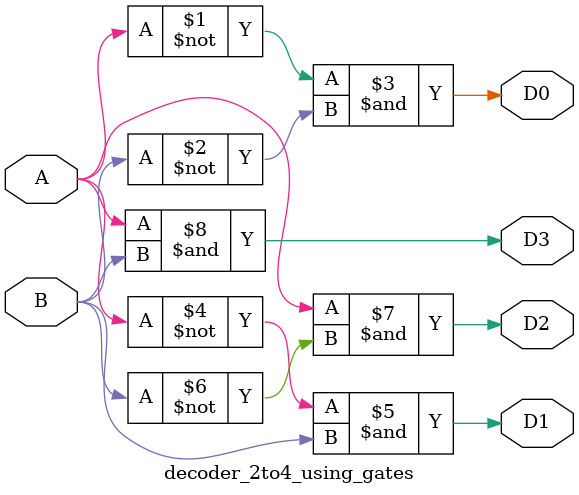
<source format=v>
`timescale 1ns / 1ps


module decoder_2to4_using_gates(
    input A,B,
    output D0,D1,D2,D3
    );
assign D0= (~A) & (~B);
assign D1= (~A) & (B);
assign D2= (A) & (~B); 
assign D3= A & B;
endmodule

</source>
